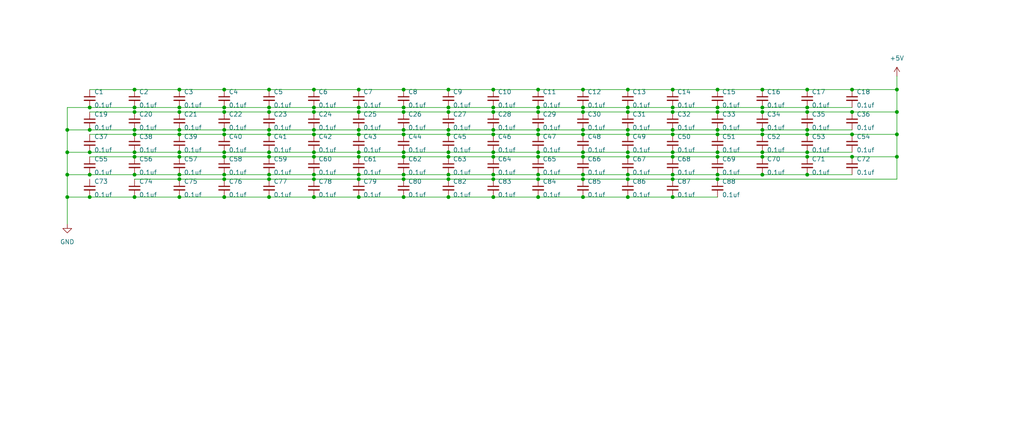
<source format=kicad_sch>
(kicad_sch (version 20211123) (generator eeschema)
  (paper "User" 289.992 119.99)
  (lib_symbols
    (symbol "Device:C_Small" (pin_numbers hide) (pin_names (offset 0.254) hide)
      (property "Reference" "C" (at 0.254 1.778 0))
      (property "Value" "C_Small" (at 0.254 -2.032 0))
      (symbol "C_Small_0_1"
        (polyline (pts (xy -1.524 -0.508) (xy 1.524 -0.508)) (stroke (width 0.3302)))
        (polyline (pts (xy -1.524 0.508) (xy 1.524 0.508)) (stroke (width 0.3048)))
      )
      (symbol "C_Small_1_1"
        (pin passive line (at 0 2.54 270) (length 2.032) (name "~") (number "1"))
        (pin passive line (at 0 -2.54 90) (length 2.032) (name "~") (number "2"))
      )
    )
    (symbol "power:+5V" (power) (pin_names (offset 0))
      (property "Value" "+5V" (at 0 3.556 0))
      (symbol "+5V_0_1"
        (polyline (pts (xy -0.762 1.27) (xy 0 2.54)))
        (polyline (pts (xy 0 0) (xy 0 2.54)))
        (polyline (pts (xy 0 2.54) (xy 0.762 1.27)))
      )
      (symbol "+5V_1_1"
        (pin power_in line (at 0 0 90) (length 0) hide (name "+5V") (number "1"))
      )
    )
    (symbol "power:GND" (power) (pin_names (offset 0))
      (property "Value" "GND" (at 0 -3.81 0))
      (symbol "GND_0_1"
        (polyline (pts (xy 0 0) (xy 0 -1.27) (xy 1.27 -1.27) (xy 0 -2.54) (xy -1.27 -1.27) (xy 0 -1.27)))
      )
      (symbol "GND_1_1"
        (pin power_in line (at 0 0 270) (length 0) hide (name "GND") (number "1"))
      )
    )
  )
  (junction (at 50.8 43.18))
  (junction (at 254 25.4))
  (junction (at 215.9 30.48))
  (junction (at 139.7 31.75))
  (junction (at 19.05 55.88))
  (junction (at 203.2 49.53))
  (junction (at 101.6 55.88))
  (junction (at 203.2 36.83))
  (junction (at 152.4 55.88))
  (junction (at 215.9 25.4))
  (junction (at 177.8 31.75))
  (junction (at 63.5 50.8))
  (junction (at 88.9 30.48))
  (junction (at 38.1 43.18))
  (junction (at 165.1 38.1))
  (junction (at 152.4 31.75))
  (junction (at 254 31.75))
  (junction (at 203.2 31.75))
  (junction (at 25.4 36.83))
  (junction (at 50.8 30.48))
  (junction (at 38.1 55.88))
  (junction (at 50.8 36.83))
  (junction (at 76.2 36.83))
  (junction (at 139.7 36.83))
  (junction (at 165.1 43.18))
  (junction (at 190.5 49.53))
  (junction (at 177.8 49.53))
  (junction (at 63.5 36.83))
  (junction (at 127 38.1))
  (junction (at 114.3 43.18))
  (junction (at 76.2 49.53))
  (junction (at 165.1 36.83))
  (junction (at 228.6 49.53))
  (junction (at 203.2 38.1))
  (junction (at 25.4 43.18))
  (junction (at 63.5 30.48))
  (junction (at 241.3 31.75))
  (junction (at 190.5 43.18))
  (junction (at 76.2 50.8))
  (junction (at 228.6 25.4))
  (junction (at 114.3 25.4))
  (junction (at 190.5 25.4))
  (junction (at 254 44.45))
  (junction (at 101.6 50.8))
  (junction (at 76.2 44.45))
  (junction (at 25.4 49.53))
  (junction (at 88.9 44.45))
  (junction (at 114.3 55.88))
  (junction (at 177.8 55.88))
  (junction (at 215.9 38.1))
  (junction (at 203.2 50.8))
  (junction (at 88.9 49.53))
  (junction (at 88.9 50.8))
  (junction (at 63.5 49.53))
  (junction (at 63.5 38.1))
  (junction (at 63.5 44.45))
  (junction (at 76.2 38.1))
  (junction (at 50.8 31.75))
  (junction (at 114.3 50.8))
  (junction (at 228.6 30.48))
  (junction (at 127 25.4))
  (junction (at 114.3 44.45))
  (junction (at 127 44.45))
  (junction (at 165.1 30.48))
  (junction (at 19.05 43.18))
  (junction (at 127 50.8))
  (junction (at 152.4 44.45))
  (junction (at 203.2 25.4))
  (junction (at 63.5 55.88))
  (junction (at 215.9 44.45))
  (junction (at 38.1 49.53))
  (junction (at 88.9 36.83))
  (junction (at 19.05 36.83))
  (junction (at 139.7 43.18))
  (junction (at 165.1 50.8))
  (junction (at 114.3 49.53))
  (junction (at 63.5 31.75))
  (junction (at 101.6 44.45))
  (junction (at 101.6 43.18))
  (junction (at 25.4 30.48))
  (junction (at 38.1 25.4))
  (junction (at 50.8 44.45))
  (junction (at 63.5 25.4))
  (junction (at 139.7 30.48))
  (junction (at 76.2 25.4))
  (junction (at 203.2 43.18))
  (junction (at 165.1 31.75))
  (junction (at 228.6 31.75))
  (junction (at 88.9 55.88))
  (junction (at 127 30.48))
  (junction (at 139.7 25.4))
  (junction (at 228.6 38.1))
  (junction (at 165.1 49.53))
  (junction (at 50.8 49.53))
  (junction (at 114.3 30.48))
  (junction (at 215.9 49.53))
  (junction (at 101.6 30.48))
  (junction (at 177.8 43.18))
  (junction (at 127 36.83))
  (junction (at 241.3 25.4))
  (junction (at 241.3 44.45))
  (junction (at 177.8 38.1))
  (junction (at 215.9 43.18))
  (junction (at 177.8 36.83))
  (junction (at 228.6 36.83))
  (junction (at 165.1 44.45))
  (junction (at 76.2 55.88))
  (junction (at 38.1 38.1))
  (junction (at 127 31.75))
  (junction (at 152.4 25.4))
  (junction (at 101.6 36.83))
  (junction (at 190.5 30.48))
  (junction (at 19.05 49.53))
  (junction (at 190.5 31.75))
  (junction (at 114.3 31.75))
  (junction (at 88.9 43.18))
  (junction (at 228.6 43.18))
  (junction (at 203.2 30.48))
  (junction (at 63.5 43.18))
  (junction (at 177.8 50.8))
  (junction (at 76.2 30.48))
  (junction (at 50.8 50.8))
  (junction (at 114.3 38.1))
  (junction (at 88.9 25.4))
  (junction (at 190.5 50.8))
  (junction (at 254 38.1))
  (junction (at 190.5 38.1))
  (junction (at 152.4 49.53))
  (junction (at 177.8 44.45))
  (junction (at 76.2 31.75))
  (junction (at 50.8 55.88))
  (junction (at 127 55.88))
  (junction (at 101.6 38.1))
  (junction (at 152.4 50.8))
  (junction (at 190.5 55.88))
  (junction (at 165.1 55.88))
  (junction (at 76.2 43.18))
  (junction (at 203.2 44.45))
  (junction (at 139.7 49.53))
  (junction (at 215.9 36.83))
  (junction (at 88.9 31.75))
  (junction (at 152.4 43.18))
  (junction (at 38.1 36.83))
  (junction (at 165.1 25.4))
  (junction (at 152.4 30.48))
  (junction (at 127 49.53))
  (junction (at 139.7 55.88))
  (junction (at 228.6 44.45))
  (junction (at 38.1 30.48))
  (junction (at 190.5 36.83))
  (junction (at 101.6 49.53))
  (junction (at 139.7 44.45))
  (junction (at 50.8 38.1))
  (junction (at 152.4 36.83))
  (junction (at 190.5 44.45))
  (junction (at 101.6 25.4))
  (junction (at 177.8 30.48))
  (junction (at 38.1 31.75))
  (junction (at 241.3 38.1))
  (junction (at 38.1 44.45))
  (junction (at 50.8 25.4))
  (junction (at 101.6 31.75))
  (junction (at 177.8 25.4))
  (junction (at 152.4 38.1))
  (junction (at 25.4 55.88))
  (junction (at 127 43.18))
  (junction (at 139.7 50.8))
  (junction (at 139.7 38.1))
  (junction (at 114.3 36.83))
  (junction (at 215.9 31.75))
  (junction (at 88.9 38.1))
  (wire (pts (xy 127 44.45) (xy 139.7 44.45)))
  (wire (pts (xy 50.8 49.53) (xy 38.1 49.53)))
  (wire (pts (xy 177.8 30.48) (xy 165.1 30.48)))
  (wire (pts (xy 76.2 31.75) (xy 88.9 31.75)))
  (wire (pts (xy 215.9 36.83) (xy 203.2 36.83)))
  (wire (pts (xy 88.9 25.4) (xy 101.6 25.4)))
  (wire (pts (xy 38.1 25.4) (xy 50.8 25.4)))
  (wire (pts (xy 215.9 38.1) (xy 228.6 38.1)))
  (wire (pts (xy 139.7 38.1) (xy 152.4 38.1)))
  (wire (pts (xy 63.5 44.45) (xy 76.2 44.45)))
  (wire (pts (xy 190.5 50.8) (xy 203.2 50.8)))
  (wire (pts (xy 152.4 50.8) (xy 165.1 50.8)))
  (wire (pts (xy 241.3 44.45) (xy 254 44.45)))
  (wire (pts (xy 215.9 30.48) (xy 203.2 30.48)))
  (wire (pts (xy 50.8 44.45) (xy 63.5 44.45)))
  (wire (pts (xy 190.5 44.45) (xy 203.2 44.45)))
  (wire (pts (xy 165.1 25.4) (xy 177.8 25.4)))
  (wire (pts (xy 190.5 30.48) (xy 177.8 30.48)))
  (wire (pts (xy 177.8 36.83) (xy 165.1 36.83)))
  (wire (pts (xy 50.8 36.83) (xy 38.1 36.83)))
  (wire (pts (xy 88.9 31.75) (xy 101.6 31.75)))
  (wire (pts (xy 25.4 38.1) (xy 38.1 38.1)))
  (wire (pts (xy 76.2 43.18) (xy 63.5 43.18)))
  (wire (pts (xy 254 50.8) (xy 254 44.45)))
  (wire (pts (xy 165.1 44.45) (xy 177.8 44.45)))
  (wire (pts (xy 63.5 31.75) (xy 76.2 31.75)))
  (wire (pts (xy 88.9 38.1) (xy 101.6 38.1)))
  (wire (pts (xy 114.3 43.18) (xy 101.6 43.18)))
  (wire (pts (xy 190.5 49.53) (xy 177.8 49.53)))
  (wire (pts (xy 25.4 43.18) (xy 19.05 43.18)))
  (wire (pts (xy 114.3 38.1) (xy 127 38.1)))
  (wire (pts (xy 63.5 49.53) (xy 50.8 49.53)))
  (wire (pts (xy 203.2 25.4) (xy 215.9 25.4)))
  (wire (pts (xy 254 44.45) (xy 254 38.1)))
  (wire (pts (xy 165.1 38.1) (xy 177.8 38.1)))
  (wire (pts (xy 25.4 30.48) (xy 19.05 30.48)))
  (wire (pts (xy 25.4 55.88) (xy 19.05 55.88)))
  (wire (pts (xy 139.7 31.75) (xy 152.4 31.75)))
  (wire (pts (xy 241.3 49.53) (xy 228.6 49.53)))
  (wire (pts (xy 165.1 43.18) (xy 152.4 43.18)))
  (wire (pts (xy 114.3 36.83) (xy 101.6 36.83)))
  (wire (pts (xy 50.8 55.88) (xy 38.1 55.88)))
  (wire (pts (xy 127 38.1) (xy 139.7 38.1)))
  (wire (pts (xy 177.8 25.4) (xy 190.5 25.4)))
  (wire (pts (xy 50.8 43.18) (xy 38.1 43.18)))
  (wire (pts (xy 139.7 44.45) (xy 152.4 44.45)))
  (wire (pts (xy 177.8 43.18) (xy 165.1 43.18)))
  (wire (pts (xy 203.2 55.88) (xy 190.5 55.88)))
  (wire (pts (xy 63.5 55.88) (xy 50.8 55.88)))
  (wire (pts (xy 215.9 31.75) (xy 228.6 31.75)))
  (wire (pts (xy 38.1 55.88) (xy 25.4 55.88)))
  (wire (pts (xy 152.4 44.45) (xy 165.1 44.45)))
  (wire (pts (xy 139.7 36.83) (xy 127 36.83)))
  (wire (pts (xy 228.6 36.83) (xy 215.9 36.83)))
  (wire (pts (xy 241.3 25.4) (xy 254 25.4)))
  (wire (pts (xy 139.7 25.4) (xy 152.4 25.4)))
  (wire (pts (xy 38.1 50.8) (xy 50.8 50.8)))
  (wire (pts (xy 127 50.8) (xy 139.7 50.8)))
  (wire (pts (xy 190.5 38.1) (xy 203.2 38.1)))
  (wire (pts (xy 165.1 55.88) (xy 152.4 55.88)))
  (wire (pts (xy 101.6 30.48) (xy 88.9 30.48)))
  (wire (pts (xy 63.5 36.83) (xy 50.8 36.83)))
  (wire (pts (xy 88.9 50.8) (xy 101.6 50.8)))
  (wire (pts (xy 50.8 50.8) (xy 63.5 50.8)))
  (wire (pts (xy 127 55.88) (xy 114.3 55.88)))
  (wire (pts (xy 101.6 38.1) (xy 114.3 38.1)))
  (wire (pts (xy 25.4 36.83) (xy 19.05 36.83)))
  (wire (pts (xy 101.6 55.88) (xy 88.9 55.88)))
  (wire (pts (xy 152.4 43.18) (xy 139.7 43.18)))
  (wire (pts (xy 203.2 30.48) (xy 190.5 30.48)))
  (wire (pts (xy 215.9 25.4) (xy 228.6 25.4)))
  (wire (pts (xy 215.9 49.53) (xy 203.2 49.53)))
  (wire (pts (xy 241.3 38.1) (xy 254 38.1)))
  (wire (pts (xy 127 25.4) (xy 139.7 25.4)))
  (wire (pts (xy 50.8 30.48) (xy 38.1 30.48)))
  (wire (pts (xy 177.8 55.88) (xy 165.1 55.88)))
  (wire (pts (xy 63.5 25.4) (xy 76.2 25.4)))
  (wire (pts (xy 139.7 49.53) (xy 127 49.53)))
  (wire (pts (xy 38.1 43.18) (xy 25.4 43.18)))
  (wire (pts (xy 139.7 30.48) (xy 127 30.48)))
  (wire (pts (xy 76.2 38.1) (xy 88.9 38.1)))
  (wire (pts (xy 241.3 43.18) (xy 228.6 43.18)))
  (wire (pts (xy 25.4 49.53) (xy 19.05 49.53)))
  (wire (pts (xy 190.5 43.18) (xy 177.8 43.18)))
  (wire (pts (xy 165.1 50.8) (xy 177.8 50.8)))
  (wire (pts (xy 114.3 30.48) (xy 101.6 30.48)))
  (wire (pts (xy 152.4 38.1) (xy 165.1 38.1)))
  (wire (pts (xy 139.7 50.8) (xy 152.4 50.8)))
  (wire (pts (xy 177.8 38.1) (xy 190.5 38.1)))
  (wire (pts (xy 254 31.75) (xy 254 25.4)))
  (wire (pts (xy 152.4 25.4) (xy 165.1 25.4)))
  (wire (pts (xy 38.1 38.1) (xy 50.8 38.1)))
  (wire (pts (xy 215.9 44.45) (xy 228.6 44.45)))
  (wire (pts (xy 114.3 55.88) (xy 101.6 55.88)))
  (wire (pts (xy 152.4 36.83) (xy 139.7 36.83)))
  (wire (pts (xy 19.05 30.48) (xy 19.05 36.83)))
  (wire (pts (xy 203.2 44.45) (xy 215.9 44.45)))
  (wire (pts (xy 152.4 31.75) (xy 165.1 31.75)))
  (wire (pts (xy 50.8 31.75) (xy 63.5 31.75)))
  (wire (pts (xy 114.3 49.53) (xy 101.6 49.53)))
  (wire (pts (xy 101.6 44.45) (xy 114.3 44.45)))
  (wire (pts (xy 254 38.1) (xy 254 31.75)))
  (wire (pts (xy 177.8 50.8) (xy 190.5 50.8)))
  (wire (pts (xy 114.3 25.4) (xy 127 25.4)))
  (wire (pts (xy 50.8 38.1) (xy 63.5 38.1)))
  (wire (pts (xy 88.9 55.88) (xy 76.2 55.88)))
  (wire (pts (xy 139.7 43.18) (xy 127 43.18)))
  (wire (pts (xy 38.1 31.75) (xy 50.8 31.75)))
  (wire (pts (xy 63.5 43.18) (xy 50.8 43.18)))
  (wire (pts (xy 241.3 30.48) (xy 228.6 30.48)))
  (wire (pts (xy 228.6 38.1) (xy 241.3 38.1)))
  (wire (pts (xy 165.1 30.48) (xy 152.4 30.48)))
  (wire (pts (xy 152.4 55.88) (xy 139.7 55.88)))
  (wire (pts (xy 190.5 25.4) (xy 203.2 25.4)))
  (wire (pts (xy 203.2 43.18) (xy 190.5 43.18)))
  (wire (pts (xy 76.2 30.48) (xy 63.5 30.48)))
  (wire (pts (xy 254 25.4) (xy 254 21.59)))
  (wire (pts (xy 25.4 44.45) (xy 38.1 44.45)))
  (wire (pts (xy 152.4 49.53) (xy 139.7 49.53)))
  (wire (pts (xy 139.7 55.88) (xy 127 55.88)))
  (wire (pts (xy 228.6 43.18) (xy 215.9 43.18)))
  (wire (pts (xy 203.2 50.8) (xy 254 50.8)))
  (wire (pts (xy 177.8 44.45) (xy 190.5 44.45)))
  (wire (pts (xy 101.6 31.75) (xy 114.3 31.75)))
  (wire (pts (xy 228.6 44.45) (xy 241.3 44.45)))
  (wire (pts (xy 101.6 36.83) (xy 88.9 36.83)))
  (wire (pts (xy 19.05 36.83) (xy 19.05 43.18)))
  (wire (pts (xy 50.8 25.4) (xy 63.5 25.4)))
  (wire (pts (xy 19.05 49.53) (xy 19.05 55.88)))
  (wire (pts (xy 203.2 38.1) (xy 215.9 38.1)))
  (wire (pts (xy 165.1 31.75) (xy 177.8 31.75)))
  (wire (pts (xy 241.3 36.83) (xy 228.6 36.83)))
  (wire (pts (xy 25.4 25.4) (xy 38.1 25.4)))
  (wire (pts (xy 25.4 31.75) (xy 38.1 31.75)))
  (wire (pts (xy 114.3 31.75) (xy 127 31.75)))
  (wire (pts (xy 127 30.48) (xy 114.3 30.48)))
  (wire (pts (xy 228.6 31.75) (xy 241.3 31.75)))
  (wire (pts (xy 127 36.83) (xy 114.3 36.83)))
  (wire (pts (xy 177.8 49.53) (xy 165.1 49.53)))
  (wire (pts (xy 127 49.53) (xy 114.3 49.53)))
  (wire (pts (xy 76.2 44.45) (xy 88.9 44.45)))
  (wire (pts (xy 88.9 43.18) (xy 76.2 43.18)))
  (wire (pts (xy 101.6 50.8) (xy 114.3 50.8)))
  (wire (pts (xy 38.1 36.83) (xy 25.4 36.83)))
  (wire (pts (xy 76.2 36.83) (xy 63.5 36.83)))
  (wire (pts (xy 101.6 43.18) (xy 88.9 43.18)))
  (wire (pts (xy 63.5 30.48) (xy 50.8 30.48)))
  (wire (pts (xy 101.6 49.53) (xy 88.9 49.53)))
  (wire (pts (xy 127 43.18) (xy 114.3 43.18)))
  (wire (pts (xy 152.4 30.48) (xy 139.7 30.48)))
  (wire (pts (xy 114.3 50.8) (xy 127 50.8)))
  (wire (pts (xy 177.8 31.75) (xy 190.5 31.75)))
  (wire (pts (xy 203.2 49.53) (xy 190.5 49.53)))
  (wire (pts (xy 190.5 55.88) (xy 177.8 55.88)))
  (wire (pts (xy 165.1 49.53) (xy 152.4 49.53)))
  (wire (pts (xy 101.6 25.4) (xy 114.3 25.4)))
  (wire (pts (xy 63.5 38.1) (xy 76.2 38.1)))
  (wire (pts (xy 203.2 36.83) (xy 190.5 36.83)))
  (wire (pts (xy 76.2 25.4) (xy 88.9 25.4)))
  (wire (pts (xy 38.1 49.53) (xy 25.4 49.53)))
  (wire (pts (xy 203.2 31.75) (xy 215.9 31.75)))
  (wire (pts (xy 38.1 44.45) (xy 50.8 44.45)))
  (wire (pts (xy 190.5 36.83) (xy 177.8 36.83)))
  (wire (pts (xy 114.3 44.45) (xy 127 44.45)))
  (wire (pts (xy 88.9 36.83) (xy 76.2 36.83)))
  (wire (pts (xy 19.05 43.18) (xy 19.05 49.53)))
  (wire (pts (xy 215.9 43.18) (xy 203.2 43.18)))
  (wire (pts (xy 127 31.75) (xy 139.7 31.75)))
  (wire (pts (xy 241.3 31.75) (xy 254 31.75)))
  (wire (pts (xy 76.2 49.53) (xy 63.5 49.53)))
  (wire (pts (xy 88.9 49.53) (xy 76.2 49.53)))
  (wire (pts (xy 19.05 55.88) (xy 19.05 63.5)))
  (wire (pts (xy 88.9 44.45) (xy 101.6 44.45)))
  (wire (pts (xy 38.1 30.48) (xy 25.4 30.48)))
  (wire (pts (xy 88.9 30.48) (xy 76.2 30.48)))
  (wire (pts (xy 228.6 49.53) (xy 215.9 49.53)))
  (wire (pts (xy 228.6 25.4) (xy 241.3 25.4)))
  (wire (pts (xy 63.5 50.8) (xy 76.2 50.8)))
  (wire (pts (xy 76.2 55.88) (xy 63.5 55.88)))
  (wire (pts (xy 165.1 36.83) (xy 152.4 36.83)))
  (wire (pts (xy 76.2 50.8) (xy 88.9 50.8)))
  (wire (pts (xy 228.6 30.48) (xy 215.9 30.48)))
  (wire (pts (xy 190.5 31.75) (xy 203.2 31.75)))
  (symbol (lib_id "Device:C_Small") (at 38.1 27.94 0) (unit 1)
    (property "Reference" "C2" (at 39.37 26.035 0) (effects (justify left)))
    (property "Value" "0.1uf" (at 39.37 29.845 0) (effects (justify left)))
    (property "Footprint" "Capacitor_SMD:C_0402_1005Metric" (effects hide))
  )
  (symbol (lib_id "Device:C_Small") (at 101.6 53.34 0) (unit 1)
    (property "Reference" "C79" (at 102.87 51.435 0) (effects (justify left)))
    (property "Value" "0.1uf" (at 102.87 55.245 0) (effects (justify left)))
    (property "Footprint" "Capacitor_SMD:C_0402_1005Metric" (effects hide))
  )
  (symbol (lib_id "Device:C_Small") (at 139.7 34.29 0) (unit 1)
    (property "Reference" "C28" (at 140.97 32.385 0) (effects (justify left)))
    (property "Value" "0.1uf" (at 140.97 36.195 0) (effects (justify left)))
    (property "Footprint" "Capacitor_SMD:C_0402_1005Metric" (effects hide))
  )
  (symbol (lib_id "Device:C_Small") (at 114.3 40.64 0) (unit 1)
    (property "Reference" "C44" (at 115.57 38.735 0) (effects (justify left)))
    (property "Value" "0.1uf" (at 115.57 42.545 0) (effects (justify left)))
    (property "Footprint" "Capacitor_SMD:C_0402_1005Metric" (effects hide))
  )
  (symbol (lib_id "Device:C_Small") (at 177.8 46.99 0) (unit 1)
    (property "Reference" "C67" (at 179.07 45.085 0) (effects (justify left)))
    (property "Value" "0.1uf" (at 179.07 48.895 0) (effects (justify left)))
    (property "Footprint" "Capacitor_SMD:C_0402_1005Metric" (effects hide))
  )
  (symbol (lib_id "Device:C_Small") (at 76.2 40.64 0) (unit 1)
    (property "Reference" "C41" (at 77.47 38.735 0) (effects (justify left)))
    (property "Value" "0.1uf" (at 77.47 42.545 0) (effects (justify left)))
    (property "Footprint" "Capacitor_SMD:C_0402_1005Metric" (effects hide))
  )
  (symbol (lib_id "Device:C_Small") (at 152.4 53.34 0) (unit 1)
    (property "Reference" "C84" (at 153.67 51.435 0) (effects (justify left)))
    (property "Value" "0.1uf" (at 153.67 55.245 0) (effects (justify left)))
    (property "Footprint" "Capacitor_SMD:C_0402_1005Metric" (effects hide))
  )
  (symbol (lib_id "Device:C_Small") (at 25.4 27.94 0) (unit 1)
    (property "Reference" "C1" (at 26.67 26.035 0) (effects (justify left)))
    (property "Value" "0.1uf" (at 26.67 29.845 0) (effects (justify left)))
    (property "Footprint" "Capacitor_SMD:C_0402_1005Metric" (effects hide))
  )
  (symbol (lib_id "Device:C_Small") (at 38.1 34.29 0) (unit 1)
    (property "Reference" "C20" (at 39.37 32.385 0) (effects (justify left)))
    (property "Value" "0.1uf" (at 39.37 36.195 0) (effects (justify left)))
    (property "Footprint" "Capacitor_SMD:C_0402_1005Metric" (effects hide))
  )
  (symbol (lib_id "Device:C_Small") (at 165.1 34.29 0) (unit 1)
    (property "Reference" "C30" (at 166.37 32.385 0) (effects (justify left)))
    (property "Value" "0.1uf" (at 166.37 36.195 0) (effects (justify left)))
    (property "Footprint" "Capacitor_SMD:C_0402_1005Metric" (effects hide))
  )
  (symbol (lib_id "Device:C_Small") (at 127 53.34 0) (unit 1)
    (property "Reference" "C82" (at 128.27 51.435 0) (effects (justify left)))
    (property "Value" "0.1uf" (at 128.27 55.245 0) (effects (justify left)))
    (property "Footprint" "Capacitor_SMD:C_0402_1005Metric" (effects hide))
  )
  (symbol (lib_id "Device:C_Small") (at 228.6 34.29 0) (unit 1)
    (property "Reference" "C35" (at 229.87 32.385 0) (effects (justify left)))
    (property "Value" "0.1uf" (at 229.87 36.195 0) (effects (justify left)))
    (property "Footprint" "Capacitor_SMD:C_0402_1005Metric" (effects hide))
  )
  (symbol (lib_id "Device:C_Small") (at 38.1 53.34 0) (unit 1)
    (property "Reference" "C74" (at 39.37 51.435 0) (effects (justify left)))
    (property "Value" "0.1uf" (at 39.37 55.245 0) (effects (justify left)))
    (property "Footprint" "Capacitor_SMD:C_0402_1005Metric" (effects hide))
  )
  (symbol (lib_id "Device:C_Small") (at 50.8 34.29 0) (unit 1)
    (property "Reference" "C21" (at 52.07 32.385 0) (effects (justify left)))
    (property "Value" "0.1uf" (at 52.07 36.195 0) (effects (justify left)))
    (property "Footprint" "Capacitor_SMD:C_0402_1005Metric" (effects hide))
  )
  (symbol (lib_id "Device:C_Small") (at 25.4 34.29 0) (unit 1)
    (property "Reference" "C19" (at 26.67 32.385 0) (effects (justify left)))
    (property "Value" "0.1uf" (at 26.67 36.195 0) (effects (justify left)))
    (property "Footprint" "Capacitor_SMD:C_0402_1005Metric" (effects hide))
  )
  (symbol (lib_id "Device:C_Small") (at 101.6 46.99 0) (unit 1)
    (property "Reference" "C61" (at 102.87 45.085 0) (effects (justify left)))
    (property "Value" "0.1uf" (at 102.87 48.895 0) (effects (justify left)))
    (property "Footprint" "Capacitor_SMD:C_0402_1005Metric" (effects hide))
  )
  (symbol (lib_id "Device:C_Small") (at 241.3 34.29 0) (unit 1)
    (property "Reference" "C36" (at 242.57 32.385 0) (effects (justify left)))
    (property "Value" "0.1uf" (at 242.57 36.195 0) (effects (justify left)))
    (property "Footprint" "Capacitor_SMD:C_0402_1005Metric" (effects hide))
  )
  (symbol (lib_id "Device:C_Small") (at 139.7 53.34 0) (unit 1)
    (property "Reference" "C83" (at 140.97 51.435 0) (effects (justify left)))
    (property "Value" "0.1uf" (at 140.97 55.245 0) (effects (justify left)))
    (property "Footprint" "Capacitor_SMD:C_0402_1005Metric" (effects hide))
  )
  (symbol (lib_id "Device:C_Small") (at 139.7 27.94 0) (unit 1)
    (property "Reference" "C10" (at 140.97 26.035 0) (effects (justify left)))
    (property "Value" "0.1uf" (at 140.97 29.845 0) (effects (justify left)))
    (property "Footprint" "Capacitor_SMD:C_0402_1005Metric" (effects hide))
  )
  (symbol (lib_id "Device:C_Small") (at 165.1 27.94 0) (unit 1)
    (property "Reference" "C12" (at 166.37 26.035 0) (effects (justify left)))
    (property "Value" "0.1uf" (at 166.37 29.845 0) (effects (justify left)))
    (property "Footprint" "Capacitor_SMD:C_0402_1005Metric" (effects hide))
  )
  (symbol (lib_id "Device:C_Small") (at 165.1 46.99 0) (unit 1)
    (property "Reference" "C66" (at 166.37 45.085 0) (effects (justify left)))
    (property "Value" "0.1uf" (at 166.37 48.895 0) (effects (justify left)))
    (property "Footprint" "Capacitor_SMD:C_0402_1005Metric" (effects hide))
  )
  (symbol (lib_id "Device:C_Small") (at 165.1 53.34 0) (unit 1)
    (property "Reference" "C85" (at 166.37 51.435 0) (effects (justify left)))
    (property "Value" "0.1uf" (at 166.37 55.245 0) (effects (justify left)))
    (property "Footprint" "Capacitor_SMD:C_0402_1005Metric" (effects hide))
  )
  (symbol (lib_id "Device:C_Small") (at 127 40.64 0) (unit 1)
    (property "Reference" "C45" (at 128.27 38.735 0) (effects (justify left)))
    (property "Value" "0.1uf" (at 128.27 42.545 0) (effects (justify left)))
    (property "Footprint" "Capacitor_SMD:C_0402_1005Metric" (effects hide))
  )
  (symbol (lib_id "Device:C_Small") (at 76.2 27.94 0) (unit 1)
    (property "Reference" "C5" (at 77.47 26.035 0) (effects (justify left)))
    (property "Value" "0.1uf" (at 77.47 29.845 0) (effects (justify left)))
    (property "Footprint" "Capacitor_SMD:C_0402_1005Metric" (effects hide))
  )
  (symbol (lib_id "Device:C_Small") (at 114.3 34.29 0) (unit 1)
    (property "Reference" "C26" (at 115.57 32.385 0) (effects (justify left)))
    (property "Value" "0.1uf" (at 115.57 36.195 0) (effects (justify left)))
    (property "Footprint" "Capacitor_SMD:C_0402_1005Metric" (effects hide))
  )
  (symbol (lib_id "Device:C_Small") (at 215.9 46.99 0) (unit 1)
    (property "Reference" "C70" (at 217.17 45.085 0) (effects (justify left)))
    (property "Value" "0.1uf" (at 217.17 48.895 0) (effects (justify left)))
    (property "Footprint" "Capacitor_SMD:C_0402_1005Metric" (effects hide))
  )
  (symbol (lib_id "Device:C_Small") (at 88.9 34.29 0) (unit 1)
    (property "Reference" "C24" (at 90.17 32.385 0) (effects (justify left)))
    (property "Value" "0.1uf" (at 90.17 36.195 0) (effects (justify left)))
    (property "Footprint" "Capacitor_SMD:C_0402_1005Metric" (effects hide))
  )
  (symbol (lib_id "Device:C_Small") (at 88.9 40.64 0) (unit 1)
    (property "Reference" "C42" (at 90.17 38.735 0) (effects (justify left)))
    (property "Value" "0.1uf" (at 90.17 42.545 0) (effects (justify left)))
    (property "Footprint" "Capacitor_SMD:C_0402_1005Metric" (effects hide))
  )
  (symbol (lib_id "Device:C_Small") (at 25.4 53.34 0) (unit 1)
    (property "Reference" "C73" (at 26.67 51.435 0) (effects (justify left)))
    (property "Value" "0.1uf" (at 26.67 55.245 0) (effects (justify left)))
    (property "Footprint" "Capacitor_SMD:C_0402_1005Metric" (effects hide))
  )
  (symbol (lib_id "Device:C_Small") (at 215.9 34.29 0) (unit 1)
    (property "Reference" "C34" (at 217.17 32.385 0) (effects (justify left)))
    (property "Value" "0.1uf" (at 217.17 36.195 0) (effects (justify left)))
    (property "Footprint" "Capacitor_SMD:C_0402_1005Metric" (effects hide))
  )
  (symbol (lib_id "Device:C_Small") (at 76.2 34.29 0) (unit 1)
    (property "Reference" "C23" (at 77.47 32.385 0) (effects (justify left)))
    (property "Value" "0.1uf" (at 77.47 36.195 0) (effects (justify left)))
    (property "Footprint" "Capacitor_SMD:C_0402_1005Metric" (effects hide))
  )
  (symbol (lib_id "Device:C_Small") (at 177.8 27.94 0) (unit 1)
    (property "Reference" "C13" (at 179.07 26.035 0) (effects (justify left)))
    (property "Value" "0.1uf" (at 179.07 29.845 0) (effects (justify left)))
    (property "Footprint" "Capacitor_SMD:C_0402_1005Metric" (effects hide))
  )
  (symbol (lib_id "Device:C_Small") (at 101.6 27.94 0) (unit 1)
    (property "Reference" "C7" (at 102.87 26.035 0) (effects (justify left)))
    (property "Value" "0.1uf" (at 102.87 29.845 0) (effects (justify left)))
    (property "Footprint" "Capacitor_SMD:C_0402_1005Metric" (effects hide))
  )
  (symbol (lib_id "Device:C_Small") (at 127 46.99 0) (unit 1)
    (property "Reference" "C63" (at 128.27 45.085 0) (effects (justify left)))
    (property "Value" "0.1uf" (at 128.27 48.895 0) (effects (justify left)))
    (property "Footprint" "Capacitor_SMD:C_0402_1005Metric" (effects hide))
  )
  (symbol (lib_id "Device:C_Small") (at 38.1 46.99 0) (unit 1)
    (property "Reference" "C56" (at 39.37 45.085 0) (effects (justify left)))
    (property "Value" "0.1uf" (at 39.37 48.895 0) (effects (justify left)))
    (property "Footprint" "Capacitor_SMD:C_0402_1005Metric" (effects hide))
  )
  (symbol (lib_id "Device:C_Small") (at 177.8 34.29 0) (unit 1)
    (property "Reference" "C31" (at 179.07 32.385 0) (effects (justify left)))
    (property "Value" "0.1uf" (at 179.07 36.195 0) (effects (justify left)))
    (property "Footprint" "Capacitor_SMD:C_0402_1005Metric" (effects hide))
  )
  (symbol (lib_id "Device:C_Small") (at 63.5 27.94 0) (unit 1)
    (property "Reference" "C4" (at 64.77 26.035 0) (effects (justify left)))
    (property "Value" "0.1uf" (at 64.77 29.845 0) (effects (justify left)))
    (property "Footprint" "Capacitor_SMD:C_0402_1005Metric" (effects hide))
  )
  (symbol (lib_id "Device:C_Small") (at 152.4 27.94 0) (unit 1)
    (property "Reference" "C11" (at 153.67 26.035 0) (effects (justify left)))
    (property "Value" "0.1uf" (at 153.67 29.845 0) (effects (justify left)))
    (property "Footprint" "Capacitor_SMD:C_0402_1005Metric" (effects hide))
  )
  (symbol (lib_id "Device:C_Small") (at 152.4 40.64 0) (unit 1)
    (property "Reference" "C47" (at 153.67 38.735 0) (effects (justify left)))
    (property "Value" "0.1uf" (at 153.67 42.545 0) (effects (justify left)))
    (property "Footprint" "Capacitor_SMD:C_0402_1005Metric" (effects hide))
  )
  (symbol (lib_id "power:+5V") (at 254 21.59 0) (unit 1)
    (property "Reference" "#PWR01" (effects hide))
    (property "Value" "+5V" (at 254 16.51 0))
  )
  (symbol (lib_id "Device:C_Small") (at 127 27.94 0) (unit 1)
    (property "Reference" "C9" (at 128.27 26.035 0) (effects (justify left)))
    (property "Value" "0.1uf" (at 128.27 29.845 0) (effects (justify left)))
    (property "Footprint" "Capacitor_SMD:C_0402_1005Metric" (effects hide))
  )
  (symbol (lib_id "Device:C_Small") (at 114.3 46.99 0) (unit 1)
    (property "Reference" "C62" (at 115.57 45.085 0) (effects (justify left)))
    (property "Value" "0.1uf" (at 115.57 48.895 0) (effects (justify left)))
    (property "Footprint" "Capacitor_SMD:C_0402_1005Metric" (effects hide))
  )
  (symbol (lib_id "Device:C_Small") (at 50.8 27.94 0) (unit 1)
    (property "Reference" "C3" (at 52.07 26.035 0) (effects (justify left)))
    (property "Value" "0.1uf" (at 52.07 29.845 0) (effects (justify left)))
    (property "Footprint" "Capacitor_SMD:C_0402_1005Metric" (effects hide))
  )
  (symbol (lib_id "Device:C_Small") (at 88.9 53.34 0) (unit 1)
    (property "Reference" "C78" (at 90.17 51.435 0) (effects (justify left)))
    (property "Value" "0.1uf" (at 90.17 55.245 0) (effects (justify left)))
    (property "Footprint" "Capacitor_SMD:C_0402_1005Metric" (effects hide))
  )
  (symbol (lib_id "Device:C_Small") (at 177.8 40.64 0) (unit 1)
    (property "Reference" "C49" (at 179.07 38.735 0) (effects (justify left)))
    (property "Value" "0.1uf" (at 179.07 42.545 0) (effects (justify left)))
    (property "Footprint" "Capacitor_SMD:C_0402_1005Metric" (effects hide))
  )
  (symbol (lib_id "Device:C_Small") (at 177.8 53.34 0) (unit 1)
    (property "Reference" "C86" (at 179.07 51.435 0) (effects (justify left)))
    (property "Value" "0.1uf" (at 179.07 55.245 0) (effects (justify left)))
    (property "Footprint" "Capacitor_SMD:C_0402_1005Metric" (effects hide))
  )
  (symbol (lib_id "Device:C_Small") (at 165.1 40.64 0) (unit 1)
    (property "Reference" "C48" (at 166.37 38.735 0) (effects (justify left)))
    (property "Value" "0.1uf" (at 166.37 42.545 0) (effects (justify left)))
    (property "Footprint" "Capacitor_SMD:C_0402_1005Metric" (effects hide))
  )
  (symbol (lib_id "Device:C_Small") (at 228.6 27.94 0) (unit 1)
    (property "Reference" "C17" (at 229.87 26.035 0) (effects (justify left)))
    (property "Value" "0.1uf" (at 229.87 29.845 0) (effects (justify left)))
    (property "Footprint" "Capacitor_SMD:C_0402_1005Metric" (effects hide))
  )
  (symbol (lib_id "Device:C_Small") (at 203.2 46.99 0) (unit 1)
    (property "Reference" "C69" (at 204.47 45.085 0) (effects (justify left)))
    (property "Value" "0.1uf" (at 204.47 48.895 0) (effects (justify left)))
    (property "Footprint" "Capacitor_SMD:C_0402_1005Metric" (effects hide))
  )
  (symbol (lib_id "Device:C_Small") (at 228.6 40.64 0) (unit 1)
    (property "Reference" "C53" (at 229.87 38.735 0) (effects (justify left)))
    (property "Value" "0.1uf" (at 229.87 42.545 0) (effects (justify left)))
    (property "Footprint" "Capacitor_SMD:C_0402_1005Metric" (effects hide))
  )
  (symbol (lib_id "Device:C_Small") (at 228.6 46.99 0) (unit 1)
    (property "Reference" "C71" (at 229.87 45.085 0) (effects (justify left)))
    (property "Value" "0.1uf" (at 229.87 48.895 0) (effects (justify left)))
    (property "Footprint" "Capacitor_SMD:C_0402_1005Metric" (effects hide))
  )
  (symbol (lib_id "Device:C_Small") (at 152.4 34.29 0) (unit 1)
    (property "Reference" "C29" (at 153.67 32.385 0) (effects (justify left)))
    (property "Value" "0.1uf" (at 153.67 36.195 0) (effects (justify left)))
    (property "Footprint" "Capacitor_SMD:C_0402_1005Metric" (effects hide))
  )
  (symbol (lib_id "Device:C_Small") (at 50.8 53.34 0) (unit 1)
    (property "Reference" "C75" (at 52.07 51.435 0) (effects (justify left)))
    (property "Value" "0.1uf" (at 52.07 55.245 0) (effects (justify left)))
    (property "Footprint" "Capacitor_SMD:C_0402_1005Metric" (effects hide))
  )
  (symbol (lib_id "Device:C_Small") (at 190.5 40.64 0) (unit 1)
    (property "Reference" "C50" (at 191.77 38.735 0) (effects (justify left)))
    (property "Value" "0.1uf" (at 191.77 42.545 0) (effects (justify left)))
    (property "Footprint" "Capacitor_SMD:C_0402_1005Metric" (effects hide))
  )
  (symbol (lib_id "Device:C_Small") (at 76.2 46.99 0) (unit 1)
    (property "Reference" "C59" (at 77.47 45.085 0) (effects (justify left)))
    (property "Value" "0.1uf" (at 77.47 48.895 0) (effects (justify left)))
    (property "Footprint" "Capacitor_SMD:C_0402_1005Metric" (effects hide))
  )
  (symbol (lib_id "Device:C_Small") (at 101.6 40.64 0) (unit 1)
    (property "Reference" "C43" (at 102.87 38.735 0) (effects (justify left)))
    (property "Value" "0.1uf" (at 102.87 42.545 0) (effects (justify left)))
    (property "Footprint" "Capacitor_SMD:C_0402_1005Metric" (effects hide))
  )
  (symbol (lib_id "power:GND") (at 19.05 63.5 0) (unit 1)
    (property "Reference" "#PWR02" (effects hide))
    (property "Value" "GND" (at 19.05 68.58 0))
  )
  (symbol (lib_id "Device:C_Small") (at 127 34.29 0) (unit 1)
    (property "Reference" "C27" (at 128.27 32.385 0) (effects (justify left)))
    (property "Value" "0.1uf" (at 128.27 36.195 0) (effects (justify left)))
    (property "Footprint" "Capacitor_SMD:C_0402_1005Metric" (effects hide))
  )
  (symbol (lib_id "Device:C_Small") (at 63.5 53.34 0) (unit 1)
    (property "Reference" "C76" (at 64.77 51.435 0) (effects (justify left)))
    (property "Value" "0.1uf" (at 64.77 55.245 0) (effects (justify left)))
    (property "Footprint" "Capacitor_SMD:C_0402_1005Metric" (effects hide))
  )
  (symbol (lib_id "Device:C_Small") (at 38.1 40.64 0) (unit 1)
    (property "Reference" "C38" (at 39.37 38.735 0) (effects (justify left)))
    (property "Value" "0.1uf" (at 39.37 42.545 0) (effects (justify left)))
    (property "Footprint" "Capacitor_SMD:C_0402_1005Metric" (effects hide))
  )
  (symbol (lib_id "Device:C_Small") (at 63.5 34.29 0) (unit 1)
    (property "Reference" "C22" (at 64.77 32.385 0) (effects (justify left)))
    (property "Value" "0.1uf" (at 64.77 36.195 0) (effects (justify left)))
    (property "Footprint" "Capacitor_SMD:C_0402_1005Metric" (effects hide))
  )
  (symbol (lib_id "Device:C_Small") (at 152.4 46.99 0) (unit 1)
    (property "Reference" "C65" (at 153.67 45.085 0) (effects (justify left)))
    (property "Value" "0.1uf" (at 153.67 48.895 0) (effects (justify left)))
    (property "Footprint" "Capacitor_SMD:C_0402_1005Metric" (effects hide))
  )
  (symbol (lib_id "Device:C_Small") (at 241.3 46.99 0) (unit 1)
    (property "Reference" "C72" (at 242.57 45.085 0) (effects (justify left)))
    (property "Value" "0.1uf" (at 242.57 48.895 0) (effects (justify left)))
    (property "Footprint" "Capacitor_SMD:C_0402_1005Metric" (effects hide))
  )
  (symbol (lib_id "Device:C_Small") (at 139.7 46.99 0) (unit 1)
    (property "Reference" "C64" (at 140.97 45.085 0) (effects (justify left)))
    (property "Value" "0.1uf" (at 140.97 48.895 0) (effects (justify left)))
    (property "Footprint" "Capacitor_SMD:C_0402_1005Metric" (effects hide))
  )
  (symbol (lib_id "Device:C_Small") (at 203.2 34.29 0) (unit 1)
    (property "Reference" "C33" (at 204.47 32.385 0) (effects (justify left)))
    (property "Value" "0.1uf" (at 204.47 36.195 0) (effects (justify left)))
    (property "Footprint" "Capacitor_SMD:C_0402_1005Metric" (effects hide))
  )
  (symbol (lib_id "Device:C_Small") (at 88.9 46.99 0) (unit 1)
    (property "Reference" "C60" (at 90.17 45.085 0) (effects (justify left)))
    (property "Value" "0.1uf" (at 90.17 48.895 0) (effects (justify left)))
    (property "Footprint" "Capacitor_SMD:C_0402_1005Metric" (effects hide))
  )
  (symbol (lib_id "Device:C_Small") (at 63.5 40.64 0) (unit 1)
    (property "Reference" "C40" (at 64.77 38.735 0) (effects (justify left)))
    (property "Value" "0.1uf" (at 64.77 42.545 0) (effects (justify left)))
    (property "Footprint" "Capacitor_SMD:C_0402_1005Metric" (effects hide))
  )
  (symbol (lib_id "Device:C_Small") (at 203.2 53.34 0) (unit 1)
    (property "Reference" "C88" (at 204.47 51.435 0) (effects (justify left)))
    (property "Value" "0.1uf" (at 204.47 55.245 0) (effects (justify left)))
    (property "Footprint" "Capacitor_SMD:C_0402_1005Metric" (effects hide))
  )
  (symbol (lib_id "Device:C_Small") (at 190.5 53.34 0) (unit 1)
    (property "Reference" "C87" (at 191.77 51.435 0) (effects (justify left)))
    (property "Value" "0.1uf" (at 191.77 55.245 0) (effects (justify left)))
    (property "Footprint" "Capacitor_SMD:C_0402_1005Metric" (effects hide))
  )
  (symbol (lib_id "Device:C_Small") (at 114.3 27.94 0) (unit 1)
    (property "Reference" "C8" (at 115.57 26.035 0) (effects (justify left)))
    (property "Value" "0.1uf" (at 115.57 29.845 0) (effects (justify left)))
    (property "Footprint" "Capacitor_SMD:C_0402_1005Metric" (effects hide))
  )
  (symbol (lib_id "Device:C_Small") (at 50.8 46.99 0) (unit 1)
    (property "Reference" "C57" (at 52.07 45.085 0) (effects (justify left)))
    (property "Value" "0.1uf" (at 52.07 48.895 0) (effects (justify left)))
    (property "Footprint" "Capacitor_SMD:C_0402_1005Metric" (effects hide))
  )
  (symbol (lib_id "Device:C_Small") (at 50.8 40.64 0) (unit 1)
    (property "Reference" "C39" (at 52.07 38.735 0) (effects (justify left)))
    (property "Value" "0.1uf" (at 52.07 42.545 0) (effects (justify left)))
    (property "Footprint" "Capacitor_SMD:C_0402_1005Metric" (effects hide))
  )
  (symbol (lib_id "Device:C_Small") (at 203.2 27.94 0) (unit 1)
    (property "Reference" "C15" (at 204.47 26.035 0) (effects (justify left)))
    (property "Value" "0.1uf" (at 204.47 29.845 0) (effects (justify left)))
    (property "Footprint" "Capacitor_SMD:C_0402_1005Metric" (effects hide))
  )
  (symbol (lib_id "Device:C_Small") (at 25.4 40.64 0) (unit 1)
    (property "Reference" "C37" (at 26.67 38.735 0) (effects (justify left)))
    (property "Value" "0.1uf" (at 26.67 42.545 0) (effects (justify left)))
    (property "Footprint" "Capacitor_SMD:C_0402_1005Metric" (effects hide))
  )
  (symbol (lib_id "Device:C_Small") (at 25.4 46.99 0) (unit 1)
    (property "Reference" "C55" (at 26.67 45.085 0) (effects (justify left)))
    (property "Value" "0.1uf" (at 26.67 48.895 0) (effects (justify left)))
    (property "Footprint" "Capacitor_SMD:C_0402_1005Metric" (effects hide))
  )
  (symbol (lib_id "Device:C_Small") (at 190.5 27.94 0) (unit 1)
    (property "Reference" "C14" (at 191.77 26.035 0) (effects (justify left)))
    (property "Value" "0.1uf" (at 191.77 29.845 0) (effects (justify left)))
    (property "Footprint" "Capacitor_SMD:C_0402_1005Metric" (effects hide))
  )
  (symbol (lib_id "Device:C_Small") (at 190.5 34.29 0) (unit 1)
    (property "Reference" "C32" (at 191.77 32.385 0) (effects (justify left)))
    (property "Value" "0.1uf" (at 191.77 36.195 0) (effects (justify left)))
    (property "Footprint" "Capacitor_SMD:C_0402_1005Metric" (effects hide))
  )
  (symbol (lib_id "Device:C_Small") (at 190.5 46.99 0) (unit 1)
    (property "Reference" "C68" (at 191.77 45.085 0) (effects (justify left)))
    (property "Value" "0.1uf" (at 191.77 48.895 0) (effects (justify left)))
    (property "Footprint" "Capacitor_SMD:C_0402_1005Metric" (effects hide))
  )
  (symbol (lib_id "Device:C_Small") (at 203.2 40.64 0) (unit 1)
    (property "Reference" "C51" (at 204.47 38.735 0) (effects (justify left)))
    (property "Value" "0.1uf" (at 204.47 42.545 0) (effects (justify left)))
    (property "Footprint" "Capacitor_SMD:C_0402_1005Metric" (effects hide))
  )
  (symbol (lib_id "Device:C_Small") (at 114.3 53.34 0) (unit 1)
    (property "Reference" "C80" (at 115.57 51.435 0) (effects (justify left)))
    (property "Value" "0.1uf" (at 115.57 55.245 0) (effects (justify left)))
    (property "Footprint" "Capacitor_SMD:C_0402_1005Metric" (effects hide))
  )
  (symbol (lib_id "Device:C_Small") (at 215.9 27.94 0) (unit 1)
    (property "Reference" "C16" (at 217.17 26.035 0) (effects (justify left)))
    (property "Value" "0.1uf" (at 217.17 29.845 0) (effects (justify left)))
    (property "Footprint" "Capacitor_SMD:C_0402_1005Metric" (effects hide))
  )
  (symbol (lib_id "Device:C_Small") (at 63.5 46.99 0) (unit 1)
    (property "Reference" "C58" (at 64.77 45.085 0) (effects (justify left)))
    (property "Value" "0.1uf" (at 64.77 48.895 0) (effects (justify left)))
    (property "Footprint" "Capacitor_SMD:C_0402_1005Metric" (effects hide))
  )
  (symbol (lib_id "Device:C_Small") (at 215.9 40.64 0) (unit 1)
    (property "Reference" "C52" (at 217.17 38.735 0) (effects (justify left)))
    (property "Value" "0.1uf" (at 217.17 42.545 0) (effects (justify left)))
    (property "Footprint" "Capacitor_SMD:C_0402_1005Metric" (effects hide))
  )
  (symbol (lib_id "Device:C_Small") (at 76.2 53.34 0) (unit 1)
    (property "Reference" "C77" (at 77.47 51.435 0) (effects (justify left)))
    (property "Value" "0.1uf" (at 77.47 55.245 0) (effects (justify left)))
    (property "Footprint" "Capacitor_SMD:C_0402_1005Metric" (effects hide))
  )
  (symbol (lib_id "Device:C_Small") (at 241.3 27.94 0) (unit 1)
    (property "Reference" "C18" (at 242.57 26.035 0) (effects (justify left)))
    (property "Value" "0.1uf" (at 242.57 29.845 0) (effects (justify left)))
    (property "Footprint" "Capacitor_SMD:C_0402_1005Metric" (effects hide))
  )
  (symbol (lib_id "Device:C_Small") (at 241.3 40.64 0) (unit 1)
    (property "Reference" "C54" (at 242.57 38.735 0) (effects (justify left)))
    (property "Value" "0.1uf" (at 242.57 42.545 0) (effects (justify left)))
    (property "Footprint" "Capacitor_SMD:C_0402_1005Metric" (effects hide))
  )
  (symbol (lib_id "Device:C_Small") (at 139.7 40.64 0) (unit 1)
    (property "Reference" "C46" (at 140.97 38.735 0) (effects (justify left)))
    (property "Value" "0.1uf" (at 140.97 42.545 0) (effects (justify left)))
    (property "Footprint" "Capacitor_SMD:C_0402_1005Metric" (effects hide))
  )
  (symbol (lib_id "Device:C_Small") (at 101.6 34.29 0) (unit 1)
    (property "Reference" "C25" (at 102.87 32.385 0) (effects (justify left)))
    (property "Value" "0.1uf" (at 102.87 36.195 0) (effects (justify left)))
    (property "Footprint" "Capacitor_SMD:C_0402_1005Metric" (effects hide))
  )
  (symbol (lib_id "Device:C_Small") (at 88.9 27.94 0) (unit 1)
    (property "Reference" "C6" (at 90.17 26.035 0) (effects (justify left)))
    (property "Value" "0.1uf" (at 90.17 29.845 0) (effects (justify left)))
    (property "Footprint" "Capacitor_SMD:C_0402_1005Metric" (effects hide))
  )
)
</source>
